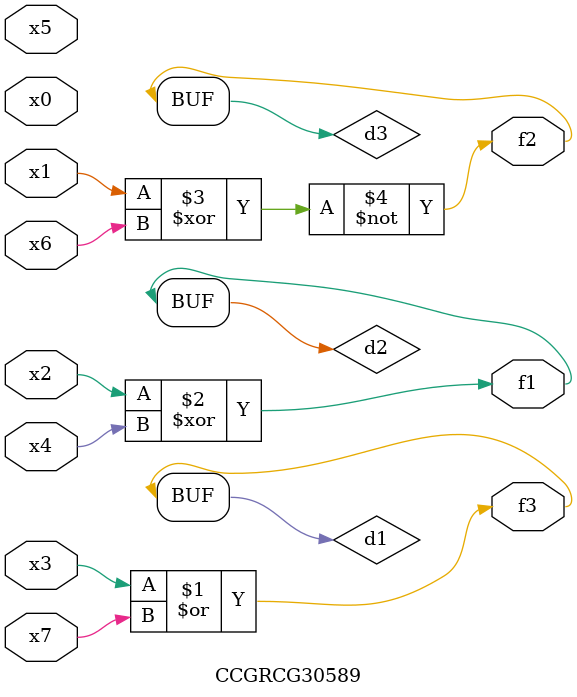
<source format=v>
module CCGRCG30589(
	input x0, x1, x2, x3, x4, x5, x6, x7,
	output f1, f2, f3
);

	wire d1, d2, d3;

	or (d1, x3, x7);
	xor (d2, x2, x4);
	xnor (d3, x1, x6);
	assign f1 = d2;
	assign f2 = d3;
	assign f3 = d1;
endmodule

</source>
